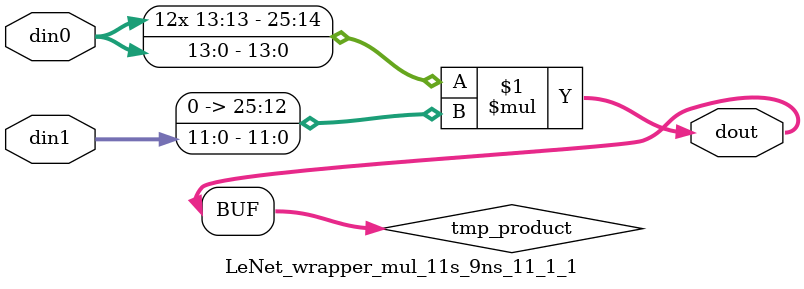
<source format=v>

`timescale 1 ns / 1 ps

  module LeNet_wrapper_mul_11s_9ns_11_1_1(din0, din1, dout);
parameter ID = 1;
parameter NUM_STAGE = 0;
parameter din0_WIDTH = 14;
parameter din1_WIDTH = 12;
parameter dout_WIDTH = 26;

input [din0_WIDTH - 1 : 0] din0; 
input [din1_WIDTH - 1 : 0] din1; 
output [dout_WIDTH - 1 : 0] dout;

wire signed [dout_WIDTH - 1 : 0] tmp_product;












assign tmp_product = $signed(din0) * $signed({1'b0, din1});









assign dout = tmp_product;







endmodule

</source>
